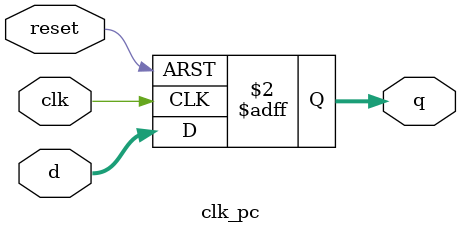
<source format=sv>

module clk_pc #(parameter WIDTH = 32)
	(input logic clk, reset,
	input logic [WIDTH-1:0] d,
	output logic [WIDTH-1:0] q);
	
	
	
	always_ff @(posedge clk, posedge reset)
	if (reset) 
	q <= 0;
	else q <= d;
	
	
endmodule
</source>
